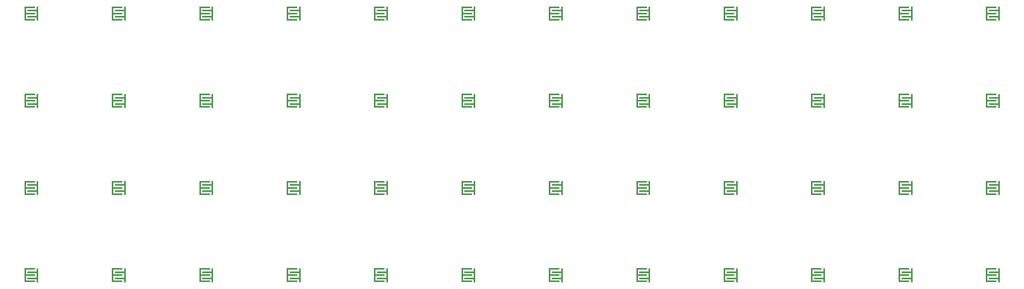
<source format=gtp>
%TF.GenerationSoftware,KiCad,Pcbnew,6.0.3-a3aad9c10e~116~ubuntu21.10.1*%
%TF.CreationDate,2022-04-17T15:15:34+01:00*%
%TF.ProjectId,PCB,5043422e-6b69-4636-9164-5f7063625858,rev?*%
%TF.SameCoordinates,Original*%
%TF.FileFunction,Paste,Top*%
%TF.FilePolarity,Positive*%
%FSLAX46Y46*%
G04 Gerber Fmt 4.6, Leading zero omitted, Abs format (unit mm)*
G04 Created by KiCad (PCBNEW 6.0.3-a3aad9c10e~116~ubuntu21.10.1) date 2022-04-17 15:15:34*
%MOMM*%
%LPD*%
G01*
G04 APERTURE LIST*
G04 Aperture macros list*
%AMFreePoly0*
4,1,13,0.142022,-1.501900,-0.191750,-1.501900,-0.191750,-0.834357,-2.194378,-0.834357,-2.194378,-0.500586,-0.191750,-0.500586,-0.191750,0.500728,-2.194378,0.500728,-2.194378,0.834500,-0.191750,0.834500,-0.191750,1.502042,0.142022,1.502042,0.142022,-1.501900,0.142022,-1.501900,$1*%
%AMFreePoly1*
4,1,13,2.154428,1.148229,0.151800,1.148229,0.151800,0.146915,2.154428,0.146915,2.154428,-0.186856,0.151800,-0.186856,0.151800,-1.188170,2.154428,-1.188170,2.154428,-1.521942,-0.181971,-1.521942,-0.181971,1.482000,2.154428,1.482000,2.154428,1.148229,2.154428,1.148229,$1*%
G04 Aperture macros list end*
%ADD10FreePoly0,0.000000*%
%ADD11FreePoly1,0.000000*%
G04 APERTURE END LIST*
D10*
%TO.C,K2*%
X66380000Y-70940000D03*
D11*
X63700000Y-70920000D03*
%TD*%
D10*
%TO.C,K40*%
X104380000Y-127940000D03*
D11*
X101700000Y-127920000D03*
%TD*%
D10*
%TO.C,K42*%
X142380000Y-127940000D03*
D11*
X139700000Y-127920000D03*
%TD*%
D10*
%TO.C,K35*%
X237380000Y-108940000D03*
D11*
X234700000Y-108920000D03*
%TD*%
D10*
%TO.C,K25*%
X47380000Y-108940000D03*
D11*
X44700000Y-108920000D03*
%TD*%
D10*
%TO.C,K32*%
X180380000Y-108940000D03*
D11*
X177700000Y-108920000D03*
%TD*%
D10*
%TO.C,K27*%
X85380000Y-108940000D03*
D11*
X82700000Y-108920000D03*
%TD*%
D10*
%TO.C,K12*%
X256380000Y-70940000D03*
D11*
X253700000Y-70920000D03*
%TD*%
D10*
%TO.C,K5*%
X123380000Y-70940000D03*
D11*
X120700000Y-70920000D03*
%TD*%
D10*
%TO.C,K7*%
X161380000Y-70940000D03*
D11*
X158700000Y-70920000D03*
%TD*%
D10*
%TO.C,K17*%
X123380000Y-89940000D03*
D11*
X120700000Y-89920000D03*
%TD*%
D10*
%TO.C,K19*%
X161380000Y-89940000D03*
D11*
X158700000Y-89920000D03*
%TD*%
D10*
%TO.C,K4*%
X104380000Y-70940000D03*
D11*
X101700000Y-70920000D03*
%TD*%
D10*
%TO.C,K23*%
X237380000Y-89940000D03*
D11*
X234700000Y-89920000D03*
%TD*%
D10*
%TO.C,K43*%
X161380000Y-127940000D03*
D11*
X158700000Y-127920000D03*
%TD*%
D10*
%TO.C,K10*%
X218380000Y-70940000D03*
D11*
X215700000Y-70920000D03*
%TD*%
D10*
%TO.C,K1*%
X47380000Y-70940000D03*
D11*
X44700000Y-70920000D03*
%TD*%
D10*
%TO.C,K44*%
X180380000Y-127940000D03*
D11*
X177700000Y-127920000D03*
%TD*%
D10*
%TO.C,K18*%
X142380000Y-89940000D03*
D11*
X139700000Y-89920000D03*
%TD*%
D10*
%TO.C,K24*%
X256380000Y-89940000D03*
D11*
X253700000Y-89920000D03*
%TD*%
D10*
%TO.C,K22*%
X218380000Y-89940000D03*
D11*
X215700000Y-89920000D03*
%TD*%
D10*
%TO.C,K46*%
X218380000Y-127940000D03*
D11*
X215700000Y-127920000D03*
%TD*%
D10*
%TO.C,K28*%
X104380000Y-108940000D03*
D11*
X101700000Y-108920000D03*
%TD*%
D10*
%TO.C,K3*%
X85380000Y-70940000D03*
D11*
X82700000Y-70920000D03*
%TD*%
D10*
%TO.C,K9*%
X199380000Y-70940000D03*
D11*
X196700000Y-70920000D03*
%TD*%
D10*
%TO.C,K8*%
X180380000Y-70940000D03*
D11*
X177700000Y-70920000D03*
%TD*%
D10*
%TO.C,K21*%
X199380000Y-89940000D03*
D11*
X196700000Y-89920000D03*
%TD*%
D10*
%TO.C,K29*%
X123380000Y-108940000D03*
D11*
X120700000Y-108920000D03*
%TD*%
D10*
%TO.C,K14*%
X66380000Y-89940000D03*
D11*
X63700000Y-89920000D03*
%TD*%
D10*
%TO.C,K39*%
X85380000Y-127940000D03*
D11*
X82700000Y-127920000D03*
%TD*%
D10*
%TO.C,K6*%
X142380000Y-70940000D03*
D11*
X139700000Y-70920000D03*
%TD*%
D10*
%TO.C,K45*%
X199380000Y-127940000D03*
D11*
X196700000Y-127920000D03*
%TD*%
D10*
%TO.C,K31*%
X161380000Y-108940000D03*
D11*
X158700000Y-108920000D03*
%TD*%
D10*
%TO.C,K26*%
X66380000Y-108940000D03*
D11*
X63700000Y-108920000D03*
%TD*%
D10*
%TO.C,K15*%
X85380000Y-89940000D03*
D11*
X82700000Y-89920000D03*
%TD*%
D10*
%TO.C,K36*%
X256380000Y-108940000D03*
D11*
X253700000Y-108920000D03*
%TD*%
D10*
%TO.C,K30*%
X142380000Y-108940000D03*
D11*
X139700000Y-108920000D03*
%TD*%
D10*
%TO.C,K34*%
X218380000Y-108940000D03*
D11*
X215700000Y-108920000D03*
%TD*%
D10*
%TO.C,K48*%
X256380000Y-127940000D03*
D11*
X253700000Y-127920000D03*
%TD*%
D10*
%TO.C,K11*%
X237380000Y-70940000D03*
D11*
X234700000Y-70920000D03*
%TD*%
D10*
%TO.C,K20*%
X180380000Y-89940000D03*
D11*
X177700000Y-89920000D03*
%TD*%
D10*
%TO.C,K33*%
X199380000Y-108940000D03*
D11*
X196700000Y-108920000D03*
%TD*%
D10*
%TO.C,K41*%
X123380000Y-127940000D03*
D11*
X120700000Y-127920000D03*
%TD*%
D10*
%TO.C,K47*%
X237380000Y-127940000D03*
D11*
X234700000Y-127920000D03*
%TD*%
D10*
%TO.C,K37*%
X47380000Y-127940000D03*
D11*
X44700000Y-127920000D03*
%TD*%
D10*
%TO.C,K16*%
X104380000Y-89940000D03*
D11*
X101700000Y-89920000D03*
%TD*%
D10*
%TO.C,K38*%
X66380000Y-127940000D03*
D11*
X63700000Y-127920000D03*
%TD*%
D10*
%TO.C,K13*%
X47380000Y-89940000D03*
D11*
X44700000Y-89920000D03*
%TD*%
M02*

</source>
